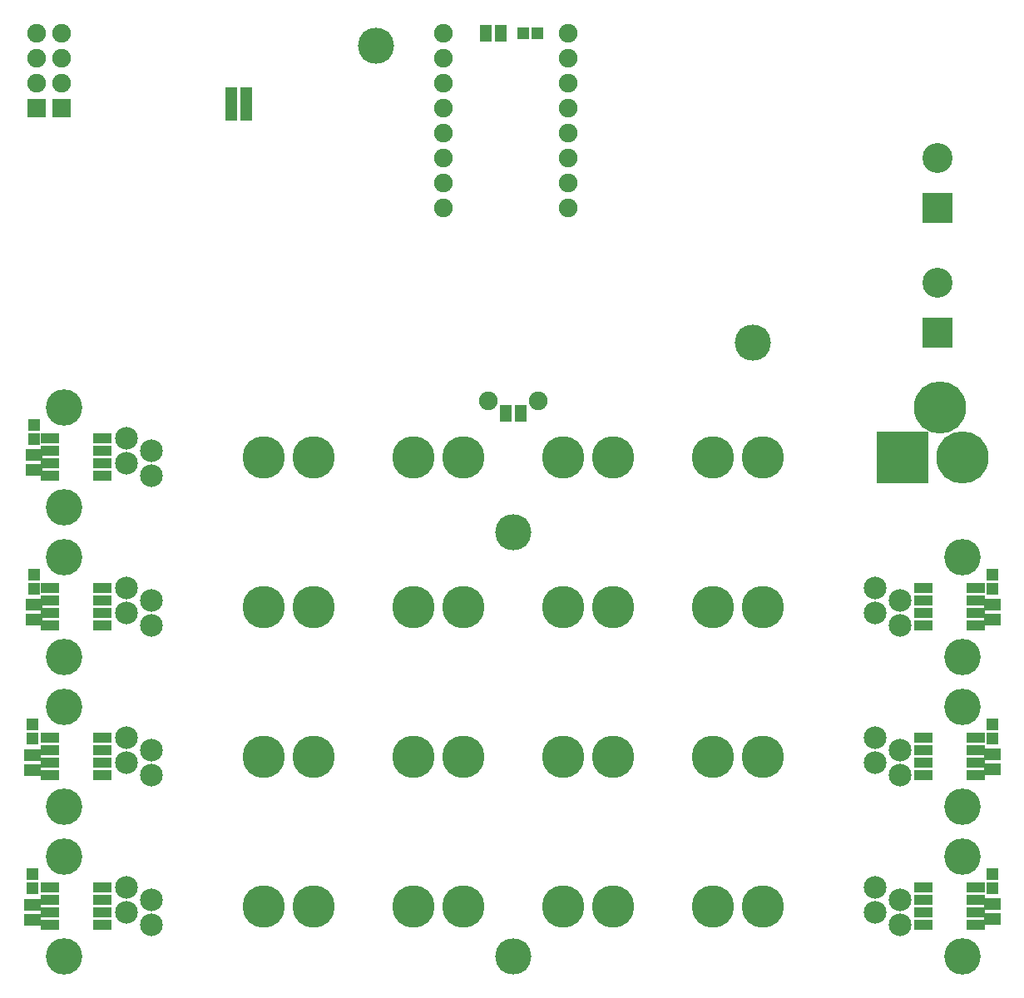
<source format=gbs>
G04 (created by PCBNEW (2013-mar-13)-testing) date Mon 20 Jan 2014 04:57:44 AM EST*
%MOIN*%
G04 Gerber Fmt 3.4, Leading zero omitted, Abs format*
%FSLAX34Y34*%
G01*
G70*
G90*
G04 APERTURE LIST*
%ADD10C,0.005906*%
%ADD11C,0.209000*%
%ADD12R,0.209000X0.209000*%
%ADD13C,0.145984*%
%ADD14C,0.090866*%
%ADD15R,0.075100X0.043600*%
%ADD16R,0.045000X0.065000*%
%ADD17R,0.065000X0.045000*%
%ADD18R,0.051400X0.051400*%
%ADD19R,0.120000X0.120000*%
%ADD20C,0.120000*%
%ADD21C,0.075000*%
%ADD22C,0.170000*%
%ADD23R,0.075000X0.075000*%
%ADD24C,0.145000*%
G04 APERTURE END LIST*
G54D10*
G54D11*
X88000Y-28000D03*
G54D12*
X85600Y-28000D03*
G54D11*
X87100Y-26000D03*
G54D13*
X88000Y-48000D03*
X88000Y-44000D03*
G54D14*
X85500Y-46750D03*
X84500Y-46250D03*
X85500Y-45750D03*
X84500Y-45250D03*
G54D15*
X86450Y-33250D03*
X88550Y-33250D03*
X86450Y-33750D03*
X86450Y-34250D03*
X86450Y-34750D03*
X88550Y-33750D03*
X88550Y-34250D03*
X88550Y-34750D03*
X86450Y-39250D03*
X88550Y-39250D03*
X86450Y-39750D03*
X86450Y-40250D03*
X86450Y-40750D03*
X88550Y-39750D03*
X88550Y-40250D03*
X88550Y-40750D03*
X86450Y-45250D03*
X88550Y-45250D03*
X86450Y-45750D03*
X86450Y-46250D03*
X86450Y-46750D03*
X88550Y-45750D03*
X88550Y-46250D03*
X88550Y-46750D03*
X53550Y-46750D03*
X51450Y-46750D03*
X53550Y-46250D03*
X53550Y-45750D03*
X53550Y-45250D03*
X51450Y-46250D03*
X51450Y-45750D03*
X51450Y-45250D03*
X53550Y-40750D03*
X51450Y-40750D03*
X53550Y-40250D03*
X53550Y-39750D03*
X53550Y-39250D03*
X51450Y-40250D03*
X51450Y-39750D03*
X51450Y-39250D03*
X53550Y-34750D03*
X51450Y-34750D03*
X53550Y-34250D03*
X53550Y-33750D03*
X53550Y-33250D03*
X51450Y-34250D03*
X51450Y-33750D03*
X51450Y-33250D03*
X53550Y-28750D03*
X51450Y-28750D03*
X53550Y-28250D03*
X53550Y-27750D03*
X53550Y-27250D03*
X51450Y-28250D03*
X51450Y-27750D03*
X51450Y-27250D03*
G54D16*
X58700Y-14180D03*
X59300Y-14180D03*
X58700Y-13500D03*
X59300Y-13500D03*
G54D17*
X89200Y-34500D03*
X89200Y-33900D03*
X50800Y-28500D03*
X50800Y-27900D03*
X50800Y-34500D03*
X50800Y-33900D03*
X50750Y-40550D03*
X50750Y-39950D03*
X50750Y-46550D03*
X50750Y-45950D03*
X89200Y-46500D03*
X89200Y-45900D03*
X89200Y-40500D03*
X89200Y-39900D03*
G54D18*
X89200Y-45295D03*
X89200Y-44705D03*
X50800Y-27295D03*
X50800Y-26705D03*
X50800Y-33295D03*
X50800Y-32705D03*
X50750Y-39295D03*
X50750Y-38705D03*
X50750Y-45295D03*
X50750Y-44705D03*
X89200Y-39295D03*
X89200Y-38705D03*
X89200Y-33295D03*
X89200Y-32705D03*
G54D19*
X87000Y-23000D03*
G54D20*
X87000Y-21000D03*
G54D21*
X67200Y-11000D03*
X67200Y-12000D03*
X67200Y-13000D03*
X67200Y-14000D03*
X67200Y-15000D03*
X67200Y-16000D03*
X67200Y-17000D03*
X67200Y-18000D03*
X72200Y-18000D03*
X72200Y-17000D03*
X72200Y-16000D03*
X72200Y-15000D03*
X72200Y-14000D03*
X72200Y-13000D03*
X72200Y-12000D03*
X72200Y-11000D03*
G54D18*
X70405Y-11000D03*
X70995Y-11000D03*
G54D22*
X60000Y-28000D03*
X62000Y-28000D03*
X66000Y-28000D03*
X68000Y-28000D03*
X60000Y-34000D03*
X62000Y-34000D03*
X66000Y-34000D03*
X68000Y-34000D03*
X60000Y-40000D03*
X62000Y-40000D03*
X66000Y-40000D03*
X68000Y-40000D03*
X60000Y-46000D03*
X62000Y-46000D03*
X66000Y-46000D03*
X68000Y-46000D03*
X80000Y-46000D03*
X78000Y-46000D03*
X74000Y-46000D03*
X72000Y-46000D03*
X80000Y-40000D03*
X78000Y-40000D03*
X74000Y-40000D03*
X72000Y-40000D03*
X80000Y-34000D03*
X78000Y-34000D03*
X74000Y-34000D03*
X72000Y-34000D03*
G54D13*
X52000Y-26000D03*
X52000Y-30000D03*
G54D14*
X54500Y-27250D03*
X55500Y-27750D03*
X54500Y-28250D03*
X55500Y-28750D03*
G54D13*
X52000Y-32000D03*
X52000Y-36000D03*
G54D14*
X54500Y-33250D03*
X55500Y-33750D03*
X54500Y-34250D03*
X55500Y-34750D03*
G54D13*
X52000Y-38000D03*
X52000Y-42000D03*
G54D14*
X54500Y-39250D03*
X55500Y-39750D03*
X54500Y-40250D03*
X55500Y-40750D03*
G54D13*
X52000Y-44000D03*
X52000Y-48000D03*
G54D14*
X54500Y-45250D03*
X55500Y-45750D03*
X54500Y-46250D03*
X55500Y-46750D03*
G54D13*
X88000Y-42000D03*
X88000Y-38000D03*
G54D14*
X85500Y-40750D03*
X84500Y-40250D03*
X85500Y-39750D03*
X84500Y-39250D03*
G54D13*
X88000Y-36000D03*
X88000Y-32000D03*
G54D14*
X85500Y-34750D03*
X84500Y-34250D03*
X85500Y-33750D03*
X84500Y-33250D03*
G54D16*
X68900Y-11000D03*
X69500Y-11000D03*
G54D23*
X51900Y-14000D03*
G54D21*
X51900Y-13000D03*
X51900Y-12000D03*
X51900Y-11000D03*
G54D23*
X50900Y-14000D03*
G54D21*
X50900Y-13000D03*
X50900Y-12000D03*
X50900Y-11000D03*
G54D22*
X72000Y-28000D03*
X74000Y-28000D03*
X78000Y-28000D03*
X80000Y-28000D03*
G54D16*
X70300Y-26250D03*
X69700Y-26250D03*
G54D21*
X71000Y-25750D03*
X69000Y-25750D03*
G54D19*
X87000Y-18000D03*
G54D20*
X87000Y-16000D03*
G54D24*
X79600Y-23400D03*
X70000Y-48000D03*
X64500Y-11500D03*
X70000Y-31000D03*
M02*

</source>
